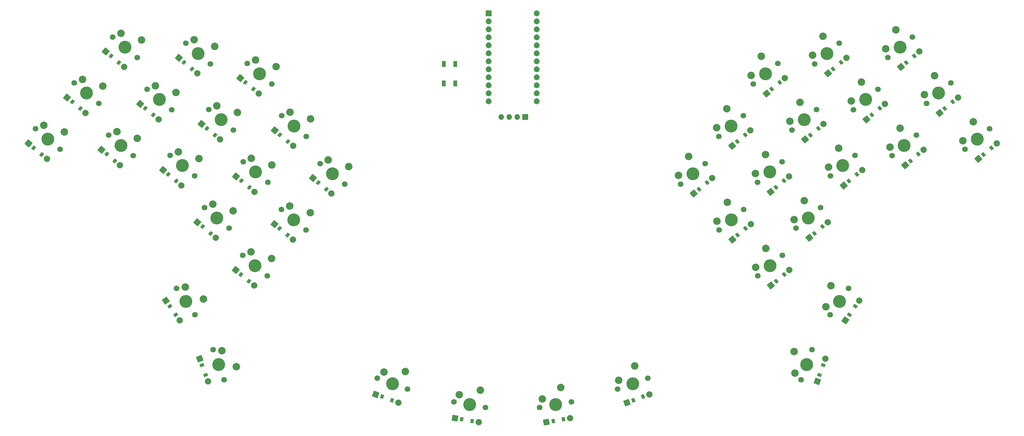
<source format=gbr>
%TF.GenerationSoftware,KiCad,Pcbnew,8.0.1*%
%TF.CreationDate,2024-05-19T15:34:11+09:00*%
%TF.ProjectId,pcb_plate,7063625f-706c-4617-9465-2e6b69636164,v1.0.0*%
%TF.SameCoordinates,Original*%
%TF.FileFunction,Soldermask,Top*%
%TF.FilePolarity,Negative*%
%FSLAX46Y46*%
G04 Gerber Fmt 4.6, Leading zero omitted, Abs format (unit mm)*
G04 Created by KiCad (PCBNEW 8.0.1) date 2024-05-19 15:34:11*
%MOMM*%
%LPD*%
G01*
G04 APERTURE LIST*
G04 Aperture macros list*
%AMRoundRect*
0 Rectangle with rounded corners*
0 $1 Rounding radius*
0 $2 $3 $4 $5 $6 $7 $8 $9 X,Y pos of 4 corners*
0 Add a 4 corners polygon primitive as box body*
4,1,4,$2,$3,$4,$5,$6,$7,$8,$9,$2,$3,0*
0 Add four circle primitives for the rounded corners*
1,1,$1+$1,$2,$3*
1,1,$1+$1,$4,$5*
1,1,$1+$1,$6,$7*
1,1,$1+$1,$8,$9*
0 Add four rect primitives between the rounded corners*
20,1,$1+$1,$2,$3,$4,$5,0*
20,1,$1+$1,$4,$5,$6,$7,0*
20,1,$1+$1,$6,$7,$8,$9,0*
20,1,$1+$1,$8,$9,$2,$3,0*%
G04 Aperture macros list end*
%ADD10RoundRect,0.050000X-0.550000X0.900000X-0.550000X-0.900000X0.550000X-0.900000X0.550000X0.900000X0*%
%ADD11RoundRect,0.050000X-0.109575X-1.252452X1.252452X-0.109575X0.109575X1.252452X-1.252452X0.109575X0*%
%ADD12RoundRect,0.050000X0.040953X-0.748881X0.730393X-0.170372X-0.040953X0.748881X-0.730393X0.170372X0*%
%ADD13C,2.005000*%
%ADD14RoundRect,0.050000X-1.252452X-0.109575X0.109575X-1.252452X1.252452X0.109575X-0.109575X1.252452X0*%
%ADD15RoundRect,0.050000X-0.730393X-0.170372X-0.040953X-0.748881X0.730393X0.170372X0.040953X0.748881X0*%
%ADD16C,1.801800*%
%ADD17C,4.087800*%
%ADD18C,2.386000*%
%ADD19RoundRect,0.050000X-0.531331X-1.139443X1.139443X-0.531331X0.531331X1.139443X-1.139443X0.531331X0*%
%ADD20RoundRect,0.050000X-0.217650X-0.717725X0.628074X-0.409907X0.217650X0.717725X-0.628074X0.409907X0*%
%ADD21RoundRect,0.050000X-1.238136X0.218317X-0.218317X-1.238136X1.238136X-0.218317X0.218317X1.238136X0*%
%ADD22RoundRect,0.050000X-0.749601X0.024473X-0.233382X-0.712764X0.749601X-0.024473X0.233382X0.712764X0*%
%ADD23RoundRect,0.050000X0.218317X-1.238136X1.238136X0.218317X-0.218317X1.238136X-1.238136X-0.218317X0*%
%ADD24RoundRect,0.050000X0.233382X-0.712764X0.749601X0.024473X-0.233382X0.712764X-0.749601X-0.024473X0*%
%ADD25RoundRect,0.050000X-1.029867X-0.721121X0.721121X-1.029867X1.029867X0.721121X-0.721121X1.029867X0*%
%ADD26RoundRect,0.050000X-0.547352X-0.512743X0.338975X-0.669026X0.547352X0.512743X-0.338975X0.669026X0*%
%ADD27RoundRect,0.050000X-1.139443X0.531331X-0.531331X-1.139443X1.139443X-0.531331X0.531331X1.139443X0*%
%ADD28RoundRect,0.050000X-0.717725X0.217650X-0.409907X-0.628074X0.717725X-0.217650X0.409907X0.628074X0*%
%ADD29RoundRect,0.050000X-0.850000X-0.850000X0.850000X-0.850000X0.850000X0.850000X-0.850000X0.850000X0*%
%ADD30O,1.800000X1.800000*%
%ADD31RoundRect,0.050000X-0.721121X-1.029867X1.029867X-0.721121X0.721121X1.029867X-1.029867X0.721121X0*%
%ADD32RoundRect,0.050000X-0.338975X-0.669026X0.547352X-0.512743X0.338975X0.669026X-0.547352X0.512743X0*%
%ADD33RoundRect,0.050000X-1.139443X-0.531331X0.531331X-1.139443X1.139443X0.531331X-0.531331X1.139443X0*%
%ADD34RoundRect,0.050000X-0.628074X-0.409907X0.217650X-0.717725X0.628074X0.409907X-0.217650X0.717725X0*%
%ADD35RoundRect,0.050000X0.531331X-1.139443X1.139443X0.531331X-0.531331X1.139443X-1.139443X-0.531331X0*%
%ADD36RoundRect,0.050000X0.409907X-0.628074X0.717725X0.217650X-0.409907X0.628074X-0.717725X-0.217650X0*%
%ADD37RoundRect,0.050000X-0.876300X0.876300X-0.876300X-0.876300X0.876300X-0.876300X0.876300X0.876300X0*%
%ADD38C,1.852600*%
G04 APERTURE END LIST*
D10*
%TO.C,B1*%
X164516091Y-136867156D03*
X164516091Y-143067149D03*
X160816091Y-136867155D03*
X160816091Y-143067148D03*
%TD*%
D11*
%TO.C,D32*%
X264601598Y-207219468D03*
D12*
X266256255Y-205831048D03*
X268784199Y-203709846D03*
D13*
X270438856Y-202321426D03*
%TD*%
D14*
%TO.C,D4*%
X52338383Y-164126799D03*
D15*
X53993038Y-165515218D03*
X56520986Y-167636422D03*
D13*
X58175641Y-169024841D03*
%TD*%
D16*
%TO.C,S24*%
X290724615Y-151417812D03*
D17*
X294616121Y-148152451D03*
D16*
X298507627Y-144887090D03*
D18*
X293296511Y-142628264D03*
X290064811Y-148655718D03*
%TD*%
D11*
%TO.C,D25*%
X282666323Y-139838549D03*
D12*
X284320980Y-138450129D03*
X286848924Y-136328927D03*
D13*
X288503581Y-134940507D03*
%TD*%
D16*
%TO.C,S17*%
X87713047Y-227603467D03*
D17*
X89450509Y-232377106D03*
D16*
X91187971Y-237150745D03*
D18*
X95092881Y-233026463D03*
X90534233Y-227928147D03*
%TD*%
D19*
%TO.C,D37*%
X218895956Y-244430490D03*
D20*
X220925692Y-243691725D03*
X224026676Y-242563061D03*
D13*
X226056412Y-241824296D03*
%TD*%
D14*
%TO.C,D2*%
X41418765Y-147503751D03*
D15*
X43073420Y-148892170D03*
X45601368Y-151013374D03*
D13*
X47256023Y-152401793D03*
%TD*%
D16*
%TO.C,S16*%
X76121410Y-208168156D03*
D17*
X79035178Y-212329448D03*
D16*
X81948946Y-216490740D03*
D18*
X84653356Y-211496325D03*
X78930499Y-207751594D03*
%TD*%
D11*
%TO.C,D33*%
X252356500Y-192626325D03*
D12*
X254011157Y-191237905D03*
X256539101Y-189116703D03*
D13*
X258193758Y-187728283D03*
%TD*%
D16*
%TO.C,S32*%
X260414783Y-204205584D03*
D17*
X264306289Y-200940223D03*
D16*
X268197795Y-197674862D03*
D18*
X262986679Y-195416036D03*
X259754979Y-201443490D03*
%TD*%
D16*
%TO.C,S10*%
X84990245Y-182511131D03*
D17*
X88881751Y-185776492D03*
D16*
X92773257Y-189041853D03*
D18*
X94092866Y-183517666D03*
X87595803Y-181381717D03*
%TD*%
D14*
%TO.C,D15*%
X119383518Y-173135132D03*
D15*
X121038173Y-174523551D03*
X123566121Y-176644755D03*
D13*
X125220776Y-178033174D03*
%TD*%
D16*
%TO.C,S29*%
X272558911Y-189041853D03*
D17*
X276450417Y-185776492D03*
D16*
X280341923Y-182511131D03*
D18*
X275130807Y-180252305D03*
X271899107Y-186279759D03*
%TD*%
D14*
%TO.C,D13*%
X94893309Y-202321427D03*
D15*
X96547964Y-203709846D03*
X99075912Y-205831050D03*
D13*
X100730567Y-207219469D03*
%TD*%
D16*
%TO.C,S37*%
X215992449Y-240166394D03*
D17*
X220766088Y-238428932D03*
D16*
X225539727Y-236691470D03*
D18*
X221415445Y-232786560D03*
X216317129Y-237345208D03*
%TD*%
D11*
%TO.C,D27*%
X275420242Y-160839538D03*
D12*
X277074899Y-159451118D03*
X279602843Y-157329916D03*
D13*
X281257500Y-155941496D03*
%TD*%
D16*
%TO.C,S18*%
X139792444Y-236691473D03*
D17*
X144566083Y-238428935D03*
D16*
X149339722Y-240166397D03*
D18*
X148690365Y-234524026D03*
X141854586Y-234739020D03*
%TD*%
D11*
%TO.C,D34*%
X240111395Y-178033170D03*
D12*
X241766052Y-176644750D03*
X244293996Y-174523548D03*
D13*
X245948653Y-173135128D03*
%TD*%
D16*
%TO.C,S38*%
X191287219Y-245970451D03*
D17*
X196290043Y-245088317D03*
D16*
X201292867Y-244206183D03*
D18*
X197909323Y-239644426D03*
X192096860Y-243248506D03*
%TD*%
D16*
%TO.C,S26*%
X283478533Y-172418803D03*
D17*
X287370039Y-169153442D03*
D16*
X291261545Y-165888081D03*
D18*
X286050429Y-163629255D03*
X282818729Y-169656709D03*
%TD*%
D21*
%TO.C,D16*%
X72754094Y-212076360D03*
D22*
X73993021Y-213845730D03*
X75885819Y-216548928D03*
D13*
X77124746Y-218318298D03*
%TD*%
D16*
%TO.C,S8*%
X86315735Y-151294939D03*
D17*
X90207241Y-154560300D03*
D16*
X94098747Y-157825661D03*
D18*
X95418356Y-152301474D03*
X88921293Y-150165525D03*
%TD*%
D23*
%TO.C,D35*%
X288207425Y-218318305D03*
D24*
X289446352Y-216548938D03*
X291339150Y-213845734D03*
D13*
X292578077Y-212076367D03*
%TD*%
D16*
%TO.C,S31*%
X248068707Y-159855564D03*
D17*
X251960213Y-156590203D03*
D16*
X255851719Y-153324842D03*
D18*
X250640603Y-151066016D03*
X247408903Y-157093470D03*
%TD*%
D16*
%TO.C,S36*%
X274144200Y-237150742D03*
D17*
X275881662Y-232377103D03*
D16*
X277619124Y-227603464D03*
D18*
X271976753Y-228252821D03*
X272191747Y-235088600D03*
%TD*%
D16*
%TO.C,S5*%
X66824540Y-144887087D03*
D17*
X70716046Y-148152448D03*
D16*
X74607552Y-151417809D03*
D18*
X75927161Y-145893622D03*
X69430098Y-143757673D03*
%TD*%
D16*
%TO.C,S12*%
X109480454Y-153324841D03*
D17*
X113371960Y-156590202D03*
D16*
X117263466Y-159855563D03*
D18*
X118583075Y-154331376D03*
X112086012Y-152195427D03*
%TD*%
D14*
%TO.C,D8*%
X84074676Y-155941499D03*
D15*
X85729331Y-157329918D03*
X88257279Y-159451122D03*
D13*
X89911934Y-160839541D03*
%TD*%
D16*
%TO.C,S35*%
X283383225Y-216490739D03*
D17*
X286296993Y-212329447D03*
D16*
X289210761Y-208168155D03*
D18*
X283592583Y-207335033D03*
X282031020Y-213993529D03*
%TD*%
D14*
%TO.C,D5*%
X64583485Y-149533653D03*
D15*
X66238140Y-150922072D03*
X68766088Y-153043276D03*
D13*
X70420743Y-154431695D03*
%TD*%
D16*
%TO.C,S21*%
X313889333Y-149387910D03*
D17*
X317780839Y-146122549D03*
D16*
X321672345Y-142857188D03*
D18*
X316461229Y-140598362D03*
X313229529Y-146625816D03*
%TD*%
D11*
%TO.C,D29*%
X276745727Y-192055733D03*
D12*
X278400384Y-190667313D03*
X280928328Y-188546111D03*
D13*
X282582985Y-187157691D03*
%TD*%
D11*
%TO.C,D21*%
X318076146Y-152401793D03*
D12*
X319730803Y-151013373D03*
X322258747Y-148892171D03*
D13*
X323913404Y-147503751D03*
%TD*%
D16*
%TO.C,S20*%
X326134434Y-163981061D03*
D17*
X330025940Y-160715700D03*
D16*
X333917446Y-157450339D03*
D18*
X328706330Y-155191513D03*
X325474630Y-161218967D03*
%TD*%
D16*
%TO.C,S4*%
X54579439Y-159480234D03*
D17*
X58470945Y-162745595D03*
D16*
X62362451Y-166010956D03*
D18*
X63682060Y-160486769D03*
X57184997Y-158350820D03*
%TD*%
D25*
%TO.C,D19*%
X164421769Y-249350759D03*
D26*
X166548953Y-249725842D03*
X169798819Y-250298878D03*
D13*
X171926003Y-250673961D03*
%TD*%
D16*
%TO.C,S25*%
X278479508Y-136824670D03*
D17*
X282371014Y-133559309D03*
D16*
X286262520Y-130293948D03*
D18*
X281051404Y-128035122D03*
X277819704Y-134062576D03*
%TD*%
D14*
%TO.C,D11*%
X94994285Y-172564548D03*
D15*
X96648940Y-173952967D03*
X99176888Y-176074171D03*
D13*
X100831543Y-177462590D03*
%TD*%
D11*
%TO.C,D20*%
X330321253Y-166994941D03*
D12*
X331975910Y-165606521D03*
X334503854Y-163485319D03*
D13*
X336158511Y-162096899D03*
%TD*%
D27*
%TO.C,D17*%
X83448946Y-230506973D03*
D28*
X84187711Y-232536709D03*
X85316375Y-235637693D03*
D13*
X86055140Y-237667429D03*
%TD*%
D11*
%TO.C,D23*%
X307156535Y-169024843D03*
D12*
X308811192Y-167636423D03*
X311339136Y-165515221D03*
D13*
X312993793Y-164126801D03*
%TD*%
D11*
%TO.C,D28*%
X263175140Y-146246389D03*
D12*
X264829797Y-144857969D03*
X267357741Y-142736767D03*
D13*
X269012398Y-141348347D03*
%TD*%
D16*
%TO.C,S30*%
X260313808Y-174448704D03*
D17*
X264205314Y-171183343D03*
D16*
X268096820Y-167917982D03*
D18*
X262885704Y-165659156D03*
X259654004Y-171686610D03*
%TD*%
D14*
%TO.C,D7*%
X71829565Y-170534646D03*
D15*
X73484220Y-171923065D03*
X76012168Y-174044269D03*
D13*
X77666823Y-175432688D03*
%TD*%
D14*
%TO.C,D9*%
X96319779Y-141348351D03*
D15*
X97974434Y-142736770D03*
X100502382Y-144857974D03*
D13*
X102157037Y-146246393D03*
%TD*%
D16*
%TO.C,S1*%
X31414721Y-157450337D03*
D17*
X35306227Y-160715698D03*
D16*
X39197733Y-163981059D03*
D18*
X40517342Y-158456872D03*
X34020279Y-156320923D03*
%TD*%
D11*
%TO.C,D26*%
X287665342Y-175432688D03*
D12*
X289319999Y-174044268D03*
X291847943Y-171923066D03*
D13*
X293502600Y-170534646D03*
%TD*%
D16*
%TO.C,S11*%
X97235349Y-167917982D03*
D17*
X101126855Y-171183343D03*
D16*
X105018361Y-174448704D03*
D18*
X106337970Y-168924517D03*
X99840907Y-166788568D03*
%TD*%
D16*
%TO.C,S27*%
X271233431Y-157825658D03*
D17*
X275124937Y-154560297D03*
D16*
X279016443Y-151294936D03*
D18*
X273805327Y-149036110D03*
X270573627Y-155063564D03*
%TD*%
D16*
%TO.C,S19*%
X164039306Y-244206194D03*
D17*
X169042130Y-245088326D03*
D16*
X174044954Y-245970458D03*
D18*
X172425673Y-240526568D03*
X165731080Y-241925316D03*
%TD*%
D16*
%TO.C,S9*%
X98560840Y-136701790D03*
D17*
X102452346Y-139967151D03*
D16*
X106343852Y-143232512D03*
D18*
X107663461Y-137708325D03*
X101166398Y-135572376D03*
%TD*%
D29*
%TO.C,OLED1*%
X186716086Y-153747078D03*
D30*
X184176089Y-153747077D03*
X181636087Y-153747078D03*
X179096089Y-153747077D03*
%TD*%
D31*
%TO.C,D38*%
X193406162Y-250673961D03*
D32*
X195533347Y-250298878D03*
X198783211Y-249725842D03*
D13*
X200910396Y-249350759D03*
%TD*%
D14*
%TO.C,D3*%
X53663864Y-132910604D03*
D15*
X55318519Y-134299023D03*
X57846467Y-136420227D03*
D13*
X59501122Y-137808646D03*
%TD*%
D11*
%TO.C,D22*%
X305831039Y-137808649D03*
D12*
X307485696Y-136420229D03*
X310013640Y-134299027D03*
D13*
X311668297Y-132910607D03*
%TD*%
D16*
%TO.C,S23*%
X302969716Y-166010960D03*
D17*
X306861222Y-162745599D03*
D16*
X310752728Y-159480238D03*
D18*
X305541612Y-157221412D03*
X302309912Y-163248866D03*
%TD*%
D14*
%TO.C,D10*%
X82749188Y-187157697D03*
D15*
X84403843Y-188546116D03*
X86931791Y-190667320D03*
D13*
X88586446Y-192055739D03*
%TD*%
D11*
%TO.C,D30*%
X264500625Y-177462588D03*
D12*
X266155282Y-176074168D03*
X268683226Y-173952966D03*
D13*
X270337883Y-172564546D03*
%TD*%
D11*
%TO.C,D24*%
X294911432Y-154431695D03*
D12*
X296566089Y-153043275D03*
X299094033Y-150922073D03*
D13*
X300748690Y-149533653D03*
%TD*%
D16*
%TO.C,S3*%
X55904933Y-128264044D03*
D17*
X59796439Y-131529405D03*
D16*
X63687945Y-134794766D03*
D18*
X65007554Y-129270579D03*
X58510491Y-127134630D03*
%TD*%
D14*
%TO.C,D1*%
X29173664Y-162096897D03*
D15*
X30828319Y-163485316D03*
X33356267Y-165606520D03*
D13*
X35010922Y-166994939D03*
%TD*%
D33*
%TO.C,D18*%
X139275756Y-241824293D03*
D34*
X141305491Y-242563058D03*
X144406477Y-243691722D03*
D13*
X146436212Y-244430487D03*
%TD*%
D16*
%TO.C,S22*%
X301644228Y-134794762D03*
D17*
X305535734Y-131529401D03*
D16*
X309427240Y-128264040D03*
D18*
X304216124Y-126005214D03*
X300984424Y-132032668D03*
%TD*%
D14*
%TO.C,D14*%
X107138413Y-187728282D03*
D15*
X108793068Y-189116701D03*
X111321016Y-191237905D03*
D13*
X112975671Y-192626324D03*
%TD*%
D16*
%TO.C,S33*%
X248169685Y-189612443D03*
D17*
X252061191Y-186347082D03*
D16*
X255952697Y-183081721D03*
D18*
X250741581Y-180822895D03*
X247509881Y-186850349D03*
%TD*%
D35*
%TO.C,D36*%
X279277029Y-237667435D03*
D36*
X280015794Y-235637700D03*
X281144458Y-232536714D03*
D13*
X281883223Y-230506979D03*
%TD*%
D16*
%TO.C,S15*%
X121624582Y-168488572D03*
D17*
X125516088Y-171753933D03*
D16*
X129407594Y-175019294D03*
D18*
X130727203Y-169495107D03*
X124230140Y-167359158D03*
%TD*%
D16*
%TO.C,S2*%
X43659829Y-142857197D03*
D17*
X47551335Y-146122558D03*
D16*
X51442841Y-149387919D03*
D18*
X52762450Y-143863732D03*
X46265387Y-141727783D03*
%TD*%
D14*
%TO.C,D6*%
X76828593Y-134940502D03*
D15*
X78483248Y-136328921D03*
X81011196Y-138450125D03*
D13*
X82665851Y-139838544D03*
%TD*%
D16*
%TO.C,S14*%
X109379475Y-183081718D03*
D17*
X113270981Y-186347079D03*
D16*
X117162487Y-189612440D03*
D18*
X118482096Y-184088253D03*
X111985033Y-181952304D03*
%TD*%
D16*
%TO.C,S6*%
X79069651Y-130293946D03*
D17*
X82961157Y-133559307D03*
D16*
X86852663Y-136824668D03*
D18*
X88172272Y-131300481D03*
X81675209Y-129164532D03*
%TD*%
D16*
%TO.C,S13*%
X97134371Y-197674862D03*
D17*
X101025877Y-200940223D03*
D16*
X104917383Y-204205584D03*
D18*
X106236992Y-198681397D03*
X99739929Y-196545448D03*
%TD*%
D11*
%TO.C,D31*%
X252255516Y-162869442D03*
D12*
X253910173Y-161481022D03*
X256438117Y-159359820D03*
D13*
X258092774Y-157971400D03*
%TD*%
D16*
%TO.C,S7*%
X74070633Y-165888086D03*
D17*
X77962139Y-169153447D03*
D16*
X81853645Y-172418808D03*
D18*
X83173254Y-166894621D03*
X76676191Y-164758672D03*
%TD*%
D16*
%TO.C,S34*%
X235924578Y-175019291D03*
D17*
X239816084Y-171753930D03*
D16*
X243707590Y-168488569D03*
D18*
X238496474Y-166229743D03*
X235264774Y-172257197D03*
%TD*%
D37*
%TO.C,MCU1*%
X175046085Y-120783935D03*
D38*
X175046086Y-123323934D03*
X175046085Y-125863931D03*
X175046086Y-128403934D03*
X175046085Y-130943932D03*
X175046085Y-133483933D03*
X175046085Y-136023933D03*
X175046086Y-138563934D03*
X175046088Y-141103933D03*
X175046086Y-143643934D03*
X175046086Y-146183933D03*
X175046085Y-148723931D03*
X190286085Y-120783935D03*
X190286084Y-123323933D03*
X190286084Y-125863932D03*
X190286082Y-128403933D03*
X190286084Y-130943932D03*
X190286085Y-133483933D03*
X190286085Y-136023933D03*
X190286085Y-138563934D03*
X190286084Y-141103932D03*
X190286085Y-143643935D03*
X190286084Y-146183932D03*
X190286085Y-148723931D03*
%TD*%
D16*
%TO.C,S28*%
X258988320Y-143232513D03*
D17*
X262879826Y-139967152D03*
D16*
X266771332Y-136701791D03*
D18*
X261560216Y-134442965D03*
X258328516Y-140470419D03*
%TD*%
D14*
%TO.C,D12*%
X107239388Y-157971400D03*
D15*
X108894043Y-159359819D03*
X111421991Y-161481023D03*
D13*
X113076646Y-162869442D03*
%TD*%
M02*

</source>
